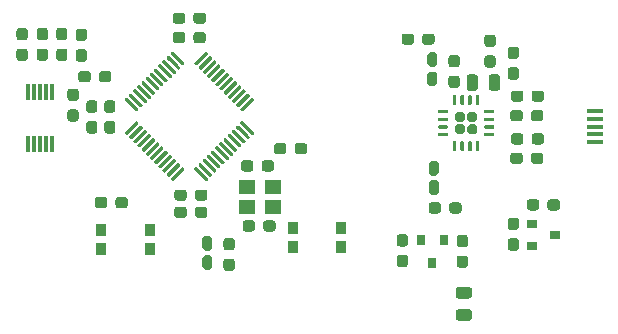
<source format=gbr>
%TF.GenerationSoftware,KiCad,Pcbnew,(5.1.6)-1*%
%TF.CreationDate,2021-01-10T19:41:06-07:00*%
%TF.ProjectId,AltoidsSmall,416c746f-6964-4735-936d-616c6c2e6b69,rev?*%
%TF.SameCoordinates,Original*%
%TF.FileFunction,Paste,Top*%
%TF.FilePolarity,Positive*%
%FSLAX46Y46*%
G04 Gerber Fmt 4.6, Leading zero omitted, Abs format (unit mm)*
G04 Created by KiCad (PCBNEW (5.1.6)-1) date 2021-01-10 19:41:06*
%MOMM*%
%LPD*%
G01*
G04 APERTURE LIST*
%ADD10R,1.400000X1.200000*%
%ADD11R,0.800000X0.900000*%
%ADD12R,0.900000X1.000000*%
%ADD13R,1.350000X0.400000*%
%ADD14R,0.300000X1.400000*%
%ADD15R,0.900000X0.800000*%
G04 APERTURE END LIST*
%TO.C,D3*%
G36*
G01*
X158855000Y-122056500D02*
X159280000Y-122056500D01*
G75*
G02*
X159492500Y-122269000I0J-212500D01*
G01*
X159492500Y-123069000D01*
G75*
G02*
X159280000Y-123281500I-212500J0D01*
G01*
X158855000Y-123281500D01*
G75*
G02*
X158642500Y-123069000I0J212500D01*
G01*
X158642500Y-122269000D01*
G75*
G02*
X158855000Y-122056500I212500J0D01*
G01*
G37*
G36*
G01*
X158855000Y-120431500D02*
X159280000Y-120431500D01*
G75*
G02*
X159492500Y-120644000I0J-212500D01*
G01*
X159492500Y-121444000D01*
G75*
G02*
X159280000Y-121656500I-212500J0D01*
G01*
X158855000Y-121656500D01*
G75*
G02*
X158642500Y-121444000I0J212500D01*
G01*
X158642500Y-120644000D01*
G75*
G02*
X158855000Y-120431500I212500J0D01*
G01*
G37*
%TD*%
%TO.C,D2*%
G36*
G01*
X159153000Y-112449000D02*
X158728000Y-112449000D01*
G75*
G02*
X158515500Y-112236500I0J212500D01*
G01*
X158515500Y-111436500D01*
G75*
G02*
X158728000Y-111224000I212500J0D01*
G01*
X159153000Y-111224000D01*
G75*
G02*
X159365500Y-111436500I0J-212500D01*
G01*
X159365500Y-112236500D01*
G75*
G02*
X159153000Y-112449000I-212500J0D01*
G01*
G37*
G36*
G01*
X159153000Y-114074000D02*
X158728000Y-114074000D01*
G75*
G02*
X158515500Y-113861500I0J212500D01*
G01*
X158515500Y-113061500D01*
G75*
G02*
X158728000Y-112849000I212500J0D01*
G01*
X159153000Y-112849000D01*
G75*
G02*
X159365500Y-113061500I0J-212500D01*
G01*
X159365500Y-113861500D01*
G75*
G02*
X159153000Y-114074000I-212500J0D01*
G01*
G37*
%TD*%
%TO.C,D1*%
G36*
G01*
X140103000Y-128006500D02*
X139678000Y-128006500D01*
G75*
G02*
X139465500Y-127794000I0J212500D01*
G01*
X139465500Y-126994000D01*
G75*
G02*
X139678000Y-126781500I212500J0D01*
G01*
X140103000Y-126781500D01*
G75*
G02*
X140315500Y-126994000I0J-212500D01*
G01*
X140315500Y-127794000D01*
G75*
G02*
X140103000Y-128006500I-212500J0D01*
G01*
G37*
G36*
G01*
X140103000Y-129631500D02*
X139678000Y-129631500D01*
G75*
G02*
X139465500Y-129419000I0J212500D01*
G01*
X139465500Y-128619000D01*
G75*
G02*
X139678000Y-128406500I212500J0D01*
G01*
X140103000Y-128406500D01*
G75*
G02*
X140315500Y-128619000I0J-212500D01*
G01*
X140315500Y-129419000D01*
G75*
G02*
X140103000Y-129631500I-212500J0D01*
G01*
G37*
%TD*%
%TO.C,C19*%
G36*
G01*
X143795000Y-120603000D02*
X143795000Y-121078000D01*
G75*
G02*
X143557500Y-121315500I-237500J0D01*
G01*
X142982500Y-121315500D01*
G75*
G02*
X142745000Y-121078000I0J237500D01*
G01*
X142745000Y-120603000D01*
G75*
G02*
X142982500Y-120365500I237500J0D01*
G01*
X143557500Y-120365500D01*
G75*
G02*
X143795000Y-120603000I0J-237500D01*
G01*
G37*
G36*
G01*
X145545000Y-120603000D02*
X145545000Y-121078000D01*
G75*
G02*
X145307500Y-121315500I-237500J0D01*
G01*
X144732500Y-121315500D01*
G75*
G02*
X144495000Y-121078000I0J237500D01*
G01*
X144495000Y-120603000D01*
G75*
G02*
X144732500Y-120365500I237500J0D01*
G01*
X145307500Y-120365500D01*
G75*
G02*
X145545000Y-120603000I0J-237500D01*
G01*
G37*
%TD*%
D10*
%TO.C,Y1*%
X143235500Y-122657500D03*
X145435500Y-122657500D03*
X145435500Y-124357500D03*
X143235500Y-124357500D03*
%TD*%
D11*
%TO.C,U6*%
X158940500Y-129079500D03*
X157990500Y-127079500D03*
X159890500Y-127079500D03*
%TD*%
%TO.C,FB1*%
G36*
G01*
X161151250Y-132974500D02*
X162063750Y-132974500D01*
G75*
G02*
X162307500Y-133218250I0J-243750D01*
G01*
X162307500Y-133705750D01*
G75*
G02*
X162063750Y-133949500I-243750J0D01*
G01*
X161151250Y-133949500D01*
G75*
G02*
X160907500Y-133705750I0J243750D01*
G01*
X160907500Y-133218250D01*
G75*
G02*
X161151250Y-132974500I243750J0D01*
G01*
G37*
G36*
G01*
X161151250Y-131099500D02*
X162063750Y-131099500D01*
G75*
G02*
X162307500Y-131343250I0J-243750D01*
G01*
X162307500Y-131830750D01*
G75*
G02*
X162063750Y-132074500I-243750J0D01*
G01*
X161151250Y-132074500D01*
G75*
G02*
X160907500Y-131830750I0J243750D01*
G01*
X160907500Y-131343250D01*
G75*
G02*
X161151250Y-131099500I243750J0D01*
G01*
G37*
%TD*%
%TO.C,C18*%
G36*
G01*
X144622000Y-126158000D02*
X144622000Y-125683000D01*
G75*
G02*
X144859500Y-125445500I237500J0D01*
G01*
X145434500Y-125445500D01*
G75*
G02*
X145672000Y-125683000I0J-237500D01*
G01*
X145672000Y-126158000D01*
G75*
G02*
X145434500Y-126395500I-237500J0D01*
G01*
X144859500Y-126395500D01*
G75*
G02*
X144622000Y-126158000I0J237500D01*
G01*
G37*
G36*
G01*
X142872000Y-126158000D02*
X142872000Y-125683000D01*
G75*
G02*
X143109500Y-125445500I237500J0D01*
G01*
X143684500Y-125445500D01*
G75*
G02*
X143922000Y-125683000I0J-237500D01*
G01*
X143922000Y-126158000D01*
G75*
G02*
X143684500Y-126395500I-237500J0D01*
G01*
X143109500Y-126395500D01*
G75*
G02*
X142872000Y-126158000I0J237500D01*
G01*
G37*
%TD*%
%TO.C,C17*%
G36*
G01*
X156163000Y-128366000D02*
X156638000Y-128366000D01*
G75*
G02*
X156875500Y-128603500I0J-237500D01*
G01*
X156875500Y-129178500D01*
G75*
G02*
X156638000Y-129416000I-237500J0D01*
G01*
X156163000Y-129416000D01*
G75*
G02*
X155925500Y-129178500I0J237500D01*
G01*
X155925500Y-128603500D01*
G75*
G02*
X156163000Y-128366000I237500J0D01*
G01*
G37*
G36*
G01*
X156163000Y-126616000D02*
X156638000Y-126616000D01*
G75*
G02*
X156875500Y-126853500I0J-237500D01*
G01*
X156875500Y-127428500D01*
G75*
G02*
X156638000Y-127666000I-237500J0D01*
G01*
X156163000Y-127666000D01*
G75*
G02*
X155925500Y-127428500I0J237500D01*
G01*
X155925500Y-126853500D01*
G75*
G02*
X156163000Y-126616000I237500J0D01*
G01*
G37*
%TD*%
%TO.C,C16*%
G36*
G01*
X161718000Y-127729500D02*
X161243000Y-127729500D01*
G75*
G02*
X161005500Y-127492000I0J237500D01*
G01*
X161005500Y-126917000D01*
G75*
G02*
X161243000Y-126679500I237500J0D01*
G01*
X161718000Y-126679500D01*
G75*
G02*
X161955500Y-126917000I0J-237500D01*
G01*
X161955500Y-127492000D01*
G75*
G02*
X161718000Y-127729500I-237500J0D01*
G01*
G37*
G36*
G01*
X161718000Y-129479500D02*
X161243000Y-129479500D01*
G75*
G02*
X161005500Y-129242000I0J237500D01*
G01*
X161005500Y-128667000D01*
G75*
G02*
X161243000Y-128429500I237500J0D01*
G01*
X161718000Y-128429500D01*
G75*
G02*
X161955500Y-128667000I0J-237500D01*
G01*
X161955500Y-129242000D01*
G75*
G02*
X161718000Y-129479500I-237500J0D01*
G01*
G37*
%TD*%
%TO.C,C13*%
G36*
G01*
X163708500Y-114248250D02*
X163708500Y-113335750D01*
G75*
G02*
X163952250Y-113092000I243750J0D01*
G01*
X164439750Y-113092000D01*
G75*
G02*
X164683500Y-113335750I0J-243750D01*
G01*
X164683500Y-114248250D01*
G75*
G02*
X164439750Y-114492000I-243750J0D01*
G01*
X163952250Y-114492000D01*
G75*
G02*
X163708500Y-114248250I0J243750D01*
G01*
G37*
G36*
G01*
X161833500Y-114248250D02*
X161833500Y-113335750D01*
G75*
G02*
X162077250Y-113092000I243750J0D01*
G01*
X162564750Y-113092000D01*
G75*
G02*
X162808500Y-113335750I0J-243750D01*
G01*
X162808500Y-114248250D01*
G75*
G02*
X162564750Y-114492000I-243750J0D01*
G01*
X162077250Y-114492000D01*
G75*
G02*
X161833500Y-114248250I0J243750D01*
G01*
G37*
%TD*%
D12*
%TO.C,SW2*%
X147111500Y-126136500D03*
X147111500Y-127736500D03*
X151211500Y-126136500D03*
X151211500Y-127736500D03*
%TD*%
%TO.C,SW1*%
X130919000Y-126263500D03*
X130919000Y-127863500D03*
X135019000Y-126263500D03*
X135019000Y-127863500D03*
%TD*%
%TO.C,C12*%
G36*
G01*
X161019500Y-112489500D02*
X160544500Y-112489500D01*
G75*
G02*
X160307000Y-112252000I0J237500D01*
G01*
X160307000Y-111677000D01*
G75*
G02*
X160544500Y-111439500I237500J0D01*
G01*
X161019500Y-111439500D01*
G75*
G02*
X161257000Y-111677000I0J-237500D01*
G01*
X161257000Y-112252000D01*
G75*
G02*
X161019500Y-112489500I-237500J0D01*
G01*
G37*
G36*
G01*
X161019500Y-114239500D02*
X160544500Y-114239500D01*
G75*
G02*
X160307000Y-114002000I0J237500D01*
G01*
X160307000Y-113427000D01*
G75*
G02*
X160544500Y-113189500I237500J0D01*
G01*
X161019500Y-113189500D01*
G75*
G02*
X161257000Y-113427000I0J-237500D01*
G01*
X161257000Y-114002000D01*
G75*
G02*
X161019500Y-114239500I-237500J0D01*
G01*
G37*
%TD*%
D13*
%TO.C,U4*%
X172739600Y-118820000D03*
X172739600Y-117520000D03*
X172739600Y-116220000D03*
X172739600Y-118170000D03*
X172739600Y-116870000D03*
%TD*%
D14*
%TO.C,U5*%
X126730000Y-118976500D03*
X126230000Y-118976500D03*
X125730000Y-118976500D03*
X125230000Y-118976500D03*
X124730000Y-118976500D03*
X124730000Y-114576500D03*
X125230000Y-114576500D03*
X125730000Y-114576500D03*
X126230000Y-114576500D03*
X126730000Y-114576500D03*
%TD*%
%TO.C,U3*%
G36*
G01*
X162535500Y-117121000D02*
X162110500Y-117121000D01*
G75*
G02*
X161898000Y-116908500I0J212500D01*
G01*
X161898000Y-116483500D01*
G75*
G02*
X162110500Y-116271000I212500J0D01*
G01*
X162535500Y-116271000D01*
G75*
G02*
X162748000Y-116483500I0J-212500D01*
G01*
X162748000Y-116908500D01*
G75*
G02*
X162535500Y-117121000I-212500J0D01*
G01*
G37*
G36*
G01*
X161485500Y-117121000D02*
X161060500Y-117121000D01*
G75*
G02*
X160848000Y-116908500I0J212500D01*
G01*
X160848000Y-116483500D01*
G75*
G02*
X161060500Y-116271000I212500J0D01*
G01*
X161485500Y-116271000D01*
G75*
G02*
X161698000Y-116483500I0J-212500D01*
G01*
X161698000Y-116908500D01*
G75*
G02*
X161485500Y-117121000I-212500J0D01*
G01*
G37*
G36*
G01*
X162535500Y-118171000D02*
X162110500Y-118171000D01*
G75*
G02*
X161898000Y-117958500I0J212500D01*
G01*
X161898000Y-117533500D01*
G75*
G02*
X162110500Y-117321000I212500J0D01*
G01*
X162535500Y-117321000D01*
G75*
G02*
X162748000Y-117533500I0J-212500D01*
G01*
X162748000Y-117958500D01*
G75*
G02*
X162535500Y-118171000I-212500J0D01*
G01*
G37*
G36*
G01*
X161485500Y-118171000D02*
X161060500Y-118171000D01*
G75*
G02*
X160848000Y-117958500I0J212500D01*
G01*
X160848000Y-117533500D01*
G75*
G02*
X161060500Y-117321000I212500J0D01*
G01*
X161485500Y-117321000D01*
G75*
G02*
X161698000Y-117533500I0J-212500D01*
G01*
X161698000Y-117958500D01*
G75*
G02*
X161485500Y-118171000I-212500J0D01*
G01*
G37*
G36*
G01*
X160198000Y-118346000D02*
X159498000Y-118346000D01*
G75*
G02*
X159423000Y-118271000I0J75000D01*
G01*
X159423000Y-118121000D01*
G75*
G02*
X159498000Y-118046000I75000J0D01*
G01*
X160198000Y-118046000D01*
G75*
G02*
X160273000Y-118121000I0J-75000D01*
G01*
X160273000Y-118271000D01*
G75*
G02*
X160198000Y-118346000I-75000J0D01*
G01*
G37*
G36*
G01*
X160198000Y-117696000D02*
X159498000Y-117696000D01*
G75*
G02*
X159423000Y-117621000I0J75000D01*
G01*
X159423000Y-117471000D01*
G75*
G02*
X159498000Y-117396000I75000J0D01*
G01*
X160198000Y-117396000D01*
G75*
G02*
X160273000Y-117471000I0J-75000D01*
G01*
X160273000Y-117621000D01*
G75*
G02*
X160198000Y-117696000I-75000J0D01*
G01*
G37*
G36*
G01*
X160198000Y-117046000D02*
X159498000Y-117046000D01*
G75*
G02*
X159423000Y-116971000I0J75000D01*
G01*
X159423000Y-116821000D01*
G75*
G02*
X159498000Y-116746000I75000J0D01*
G01*
X160198000Y-116746000D01*
G75*
G02*
X160273000Y-116821000I0J-75000D01*
G01*
X160273000Y-116971000D01*
G75*
G02*
X160198000Y-117046000I-75000J0D01*
G01*
G37*
G36*
G01*
X160198000Y-116396000D02*
X159498000Y-116396000D01*
G75*
G02*
X159423000Y-116321000I0J75000D01*
G01*
X159423000Y-116171000D01*
G75*
G02*
X159498000Y-116096000I75000J0D01*
G01*
X160198000Y-116096000D01*
G75*
G02*
X160273000Y-116171000I0J-75000D01*
G01*
X160273000Y-116321000D01*
G75*
G02*
X160198000Y-116396000I-75000J0D01*
G01*
G37*
G36*
G01*
X160898000Y-115696000D02*
X160748000Y-115696000D01*
G75*
G02*
X160673000Y-115621000I0J75000D01*
G01*
X160673000Y-114921000D01*
G75*
G02*
X160748000Y-114846000I75000J0D01*
G01*
X160898000Y-114846000D01*
G75*
G02*
X160973000Y-114921000I0J-75000D01*
G01*
X160973000Y-115621000D01*
G75*
G02*
X160898000Y-115696000I-75000J0D01*
G01*
G37*
G36*
G01*
X161548000Y-115696000D02*
X161398000Y-115696000D01*
G75*
G02*
X161323000Y-115621000I0J75000D01*
G01*
X161323000Y-114921000D01*
G75*
G02*
X161398000Y-114846000I75000J0D01*
G01*
X161548000Y-114846000D01*
G75*
G02*
X161623000Y-114921000I0J-75000D01*
G01*
X161623000Y-115621000D01*
G75*
G02*
X161548000Y-115696000I-75000J0D01*
G01*
G37*
G36*
G01*
X162198000Y-115696000D02*
X162048000Y-115696000D01*
G75*
G02*
X161973000Y-115621000I0J75000D01*
G01*
X161973000Y-114921000D01*
G75*
G02*
X162048000Y-114846000I75000J0D01*
G01*
X162198000Y-114846000D01*
G75*
G02*
X162273000Y-114921000I0J-75000D01*
G01*
X162273000Y-115621000D01*
G75*
G02*
X162198000Y-115696000I-75000J0D01*
G01*
G37*
G36*
G01*
X162848000Y-115696000D02*
X162698000Y-115696000D01*
G75*
G02*
X162623000Y-115621000I0J75000D01*
G01*
X162623000Y-114921000D01*
G75*
G02*
X162698000Y-114846000I75000J0D01*
G01*
X162848000Y-114846000D01*
G75*
G02*
X162923000Y-114921000I0J-75000D01*
G01*
X162923000Y-115621000D01*
G75*
G02*
X162848000Y-115696000I-75000J0D01*
G01*
G37*
G36*
G01*
X164098000Y-116396000D02*
X163398000Y-116396000D01*
G75*
G02*
X163323000Y-116321000I0J75000D01*
G01*
X163323000Y-116171000D01*
G75*
G02*
X163398000Y-116096000I75000J0D01*
G01*
X164098000Y-116096000D01*
G75*
G02*
X164173000Y-116171000I0J-75000D01*
G01*
X164173000Y-116321000D01*
G75*
G02*
X164098000Y-116396000I-75000J0D01*
G01*
G37*
G36*
G01*
X164098000Y-117046000D02*
X163398000Y-117046000D01*
G75*
G02*
X163323000Y-116971000I0J75000D01*
G01*
X163323000Y-116821000D01*
G75*
G02*
X163398000Y-116746000I75000J0D01*
G01*
X164098000Y-116746000D01*
G75*
G02*
X164173000Y-116821000I0J-75000D01*
G01*
X164173000Y-116971000D01*
G75*
G02*
X164098000Y-117046000I-75000J0D01*
G01*
G37*
G36*
G01*
X164098000Y-117696000D02*
X163398000Y-117696000D01*
G75*
G02*
X163323000Y-117621000I0J75000D01*
G01*
X163323000Y-117471000D01*
G75*
G02*
X163398000Y-117396000I75000J0D01*
G01*
X164098000Y-117396000D01*
G75*
G02*
X164173000Y-117471000I0J-75000D01*
G01*
X164173000Y-117621000D01*
G75*
G02*
X164098000Y-117696000I-75000J0D01*
G01*
G37*
G36*
G01*
X164098000Y-118346000D02*
X163398000Y-118346000D01*
G75*
G02*
X163323000Y-118271000I0J75000D01*
G01*
X163323000Y-118121000D01*
G75*
G02*
X163398000Y-118046000I75000J0D01*
G01*
X164098000Y-118046000D01*
G75*
G02*
X164173000Y-118121000I0J-75000D01*
G01*
X164173000Y-118271000D01*
G75*
G02*
X164098000Y-118346000I-75000J0D01*
G01*
G37*
G36*
G01*
X162848000Y-119596000D02*
X162698000Y-119596000D01*
G75*
G02*
X162623000Y-119521000I0J75000D01*
G01*
X162623000Y-118821000D01*
G75*
G02*
X162698000Y-118746000I75000J0D01*
G01*
X162848000Y-118746000D01*
G75*
G02*
X162923000Y-118821000I0J-75000D01*
G01*
X162923000Y-119521000D01*
G75*
G02*
X162848000Y-119596000I-75000J0D01*
G01*
G37*
G36*
G01*
X162198000Y-119596000D02*
X162048000Y-119596000D01*
G75*
G02*
X161973000Y-119521000I0J75000D01*
G01*
X161973000Y-118821000D01*
G75*
G02*
X162048000Y-118746000I75000J0D01*
G01*
X162198000Y-118746000D01*
G75*
G02*
X162273000Y-118821000I0J-75000D01*
G01*
X162273000Y-119521000D01*
G75*
G02*
X162198000Y-119596000I-75000J0D01*
G01*
G37*
G36*
G01*
X161548000Y-119596000D02*
X161398000Y-119596000D01*
G75*
G02*
X161323000Y-119521000I0J75000D01*
G01*
X161323000Y-118821000D01*
G75*
G02*
X161398000Y-118746000I75000J0D01*
G01*
X161548000Y-118746000D01*
G75*
G02*
X161623000Y-118821000I0J-75000D01*
G01*
X161623000Y-119521000D01*
G75*
G02*
X161548000Y-119596000I-75000J0D01*
G01*
G37*
G36*
G01*
X160898000Y-119596000D02*
X160748000Y-119596000D01*
G75*
G02*
X160673000Y-119521000I0J75000D01*
G01*
X160673000Y-118821000D01*
G75*
G02*
X160748000Y-118746000I75000J0D01*
G01*
X160898000Y-118746000D01*
G75*
G02*
X160973000Y-118821000I0J-75000D01*
G01*
X160973000Y-119521000D01*
G75*
G02*
X160898000Y-119596000I-75000J0D01*
G01*
G37*
%TD*%
%TO.C,R12*%
G36*
G01*
X126158000Y-110203500D02*
X125683000Y-110203500D01*
G75*
G02*
X125445500Y-109966000I0J237500D01*
G01*
X125445500Y-109391000D01*
G75*
G02*
X125683000Y-109153500I237500J0D01*
G01*
X126158000Y-109153500D01*
G75*
G02*
X126395500Y-109391000I0J-237500D01*
G01*
X126395500Y-109966000D01*
G75*
G02*
X126158000Y-110203500I-237500J0D01*
G01*
G37*
G36*
G01*
X126158000Y-111953500D02*
X125683000Y-111953500D01*
G75*
G02*
X125445500Y-111716000I0J237500D01*
G01*
X125445500Y-111141000D01*
G75*
G02*
X125683000Y-110903500I237500J0D01*
G01*
X126158000Y-110903500D01*
G75*
G02*
X126395500Y-111141000I0J-237500D01*
G01*
X126395500Y-111716000D01*
G75*
G02*
X126158000Y-111953500I-237500J0D01*
G01*
G37*
%TD*%
%TO.C,R11*%
G36*
G01*
X123968500Y-110903500D02*
X124443500Y-110903500D01*
G75*
G02*
X124681000Y-111141000I0J-237500D01*
G01*
X124681000Y-111716000D01*
G75*
G02*
X124443500Y-111953500I-237500J0D01*
G01*
X123968500Y-111953500D01*
G75*
G02*
X123731000Y-111716000I0J237500D01*
G01*
X123731000Y-111141000D01*
G75*
G02*
X123968500Y-110903500I237500J0D01*
G01*
G37*
G36*
G01*
X123968500Y-109153500D02*
X124443500Y-109153500D01*
G75*
G02*
X124681000Y-109391000I0J-237500D01*
G01*
X124681000Y-109966000D01*
G75*
G02*
X124443500Y-110203500I-237500J0D01*
G01*
X123968500Y-110203500D01*
G75*
G02*
X123731000Y-109966000I0J237500D01*
G01*
X123731000Y-109391000D01*
G75*
G02*
X123968500Y-109153500I237500J0D01*
G01*
G37*
%TD*%
%TO.C,R10*%
G36*
G01*
X159670000Y-124159000D02*
X159670000Y-124634000D01*
G75*
G02*
X159432500Y-124871500I-237500J0D01*
G01*
X158857500Y-124871500D01*
G75*
G02*
X158620000Y-124634000I0J237500D01*
G01*
X158620000Y-124159000D01*
G75*
G02*
X158857500Y-123921500I237500J0D01*
G01*
X159432500Y-123921500D01*
G75*
G02*
X159670000Y-124159000I0J-237500D01*
G01*
G37*
G36*
G01*
X161420000Y-124159000D02*
X161420000Y-124634000D01*
G75*
G02*
X161182500Y-124871500I-237500J0D01*
G01*
X160607500Y-124871500D01*
G75*
G02*
X160370000Y-124634000I0J237500D01*
G01*
X160370000Y-124159000D01*
G75*
G02*
X160607500Y-123921500I237500J0D01*
G01*
X161182500Y-123921500D01*
G75*
G02*
X161420000Y-124159000I0J-237500D01*
G01*
G37*
%TD*%
%TO.C,R9*%
G36*
G01*
X158084000Y-110346500D02*
X158084000Y-109871500D01*
G75*
G02*
X158321500Y-109634000I237500J0D01*
G01*
X158896500Y-109634000D01*
G75*
G02*
X159134000Y-109871500I0J-237500D01*
G01*
X159134000Y-110346500D01*
G75*
G02*
X158896500Y-110584000I-237500J0D01*
G01*
X158321500Y-110584000D01*
G75*
G02*
X158084000Y-110346500I0J237500D01*
G01*
G37*
G36*
G01*
X156334000Y-110346500D02*
X156334000Y-109871500D01*
G75*
G02*
X156571500Y-109634000I237500J0D01*
G01*
X157146500Y-109634000D01*
G75*
G02*
X157384000Y-109871500I0J-237500D01*
G01*
X157384000Y-110346500D01*
G75*
G02*
X157146500Y-110584000I-237500J0D01*
G01*
X156571500Y-110584000D01*
G75*
G02*
X156334000Y-110346500I0J237500D01*
G01*
G37*
%TD*%
%TO.C,R8*%
G36*
G01*
X167291500Y-116823500D02*
X167291500Y-116348500D01*
G75*
G02*
X167529000Y-116111000I237500J0D01*
G01*
X168104000Y-116111000D01*
G75*
G02*
X168341500Y-116348500I0J-237500D01*
G01*
X168341500Y-116823500D01*
G75*
G02*
X168104000Y-117061000I-237500J0D01*
G01*
X167529000Y-117061000D01*
G75*
G02*
X167291500Y-116823500I0J237500D01*
G01*
G37*
G36*
G01*
X165541500Y-116823500D02*
X165541500Y-116348500D01*
G75*
G02*
X165779000Y-116111000I237500J0D01*
G01*
X166354000Y-116111000D01*
G75*
G02*
X166591500Y-116348500I0J-237500D01*
G01*
X166591500Y-116823500D01*
G75*
G02*
X166354000Y-117061000I-237500J0D01*
G01*
X165779000Y-117061000D01*
G75*
G02*
X165541500Y-116823500I0J237500D01*
G01*
G37*
%TD*%
%TO.C,R7*%
G36*
G01*
X167355000Y-118792000D02*
X167355000Y-118317000D01*
G75*
G02*
X167592500Y-118079500I237500J0D01*
G01*
X168167500Y-118079500D01*
G75*
G02*
X168405000Y-118317000I0J-237500D01*
G01*
X168405000Y-118792000D01*
G75*
G02*
X168167500Y-119029500I-237500J0D01*
G01*
X167592500Y-119029500D01*
G75*
G02*
X167355000Y-118792000I0J237500D01*
G01*
G37*
G36*
G01*
X165605000Y-118792000D02*
X165605000Y-118317000D01*
G75*
G02*
X165842500Y-118079500I237500J0D01*
G01*
X166417500Y-118079500D01*
G75*
G02*
X166655000Y-118317000I0J-237500D01*
G01*
X166655000Y-118792000D01*
G75*
G02*
X166417500Y-119029500I-237500J0D01*
G01*
X165842500Y-119029500D01*
G75*
G02*
X165605000Y-118792000I0J237500D01*
G01*
G37*
%TD*%
%TO.C,R6*%
G36*
G01*
X164067500Y-110775000D02*
X163592500Y-110775000D01*
G75*
G02*
X163355000Y-110537500I0J237500D01*
G01*
X163355000Y-109962500D01*
G75*
G02*
X163592500Y-109725000I237500J0D01*
G01*
X164067500Y-109725000D01*
G75*
G02*
X164305000Y-109962500I0J-237500D01*
G01*
X164305000Y-110537500D01*
G75*
G02*
X164067500Y-110775000I-237500J0D01*
G01*
G37*
G36*
G01*
X164067500Y-112525000D02*
X163592500Y-112525000D01*
G75*
G02*
X163355000Y-112287500I0J237500D01*
G01*
X163355000Y-111712500D01*
G75*
G02*
X163592500Y-111475000I237500J0D01*
G01*
X164067500Y-111475000D01*
G75*
G02*
X164305000Y-111712500I0J-237500D01*
G01*
X164305000Y-112287500D01*
G75*
G02*
X164067500Y-112525000I-237500J0D01*
G01*
G37*
%TD*%
%TO.C,C15*%
G36*
G01*
X130715500Y-113521500D02*
X130715500Y-113046500D01*
G75*
G02*
X130953000Y-112809000I237500J0D01*
G01*
X131528000Y-112809000D01*
G75*
G02*
X131765500Y-113046500I0J-237500D01*
G01*
X131765500Y-113521500D01*
G75*
G02*
X131528000Y-113759000I-237500J0D01*
G01*
X130953000Y-113759000D01*
G75*
G02*
X130715500Y-113521500I0J237500D01*
G01*
G37*
G36*
G01*
X128965500Y-113521500D02*
X128965500Y-113046500D01*
G75*
G02*
X129203000Y-112809000I237500J0D01*
G01*
X129778000Y-112809000D01*
G75*
G02*
X130015500Y-113046500I0J-237500D01*
G01*
X130015500Y-113521500D01*
G75*
G02*
X129778000Y-113759000I-237500J0D01*
G01*
X129203000Y-113759000D01*
G75*
G02*
X128965500Y-113521500I0J237500D01*
G01*
G37*
%TD*%
%TO.C,C14*%
G36*
G01*
X128286500Y-116047000D02*
X128761500Y-116047000D01*
G75*
G02*
X128999000Y-116284500I0J-237500D01*
G01*
X128999000Y-116859500D01*
G75*
G02*
X128761500Y-117097000I-237500J0D01*
G01*
X128286500Y-117097000D01*
G75*
G02*
X128049000Y-116859500I0J237500D01*
G01*
X128049000Y-116284500D01*
G75*
G02*
X128286500Y-116047000I237500J0D01*
G01*
G37*
G36*
G01*
X128286500Y-114297000D02*
X128761500Y-114297000D01*
G75*
G02*
X128999000Y-114534500I0J-237500D01*
G01*
X128999000Y-115109500D01*
G75*
G02*
X128761500Y-115347000I-237500J0D01*
G01*
X128286500Y-115347000D01*
G75*
G02*
X128049000Y-115109500I0J237500D01*
G01*
X128049000Y-114534500D01*
G75*
G02*
X128286500Y-114297000I237500J0D01*
G01*
G37*
%TD*%
%TO.C,C11*%
G36*
G01*
X166655000Y-114697500D02*
X166655000Y-115172500D01*
G75*
G02*
X166417500Y-115410000I-237500J0D01*
G01*
X165842500Y-115410000D01*
G75*
G02*
X165605000Y-115172500I0J237500D01*
G01*
X165605000Y-114697500D01*
G75*
G02*
X165842500Y-114460000I237500J0D01*
G01*
X166417500Y-114460000D01*
G75*
G02*
X166655000Y-114697500I0J-237500D01*
G01*
G37*
G36*
G01*
X168405000Y-114697500D02*
X168405000Y-115172500D01*
G75*
G02*
X168167500Y-115410000I-237500J0D01*
G01*
X167592500Y-115410000D01*
G75*
G02*
X167355000Y-115172500I0J237500D01*
G01*
X167355000Y-114697500D01*
G75*
G02*
X167592500Y-114460000I237500J0D01*
G01*
X168167500Y-114460000D01*
G75*
G02*
X168405000Y-114697500I0J-237500D01*
G01*
G37*
%TD*%
%TO.C,C10*%
G36*
G01*
X166591500Y-119968000D02*
X166591500Y-120443000D01*
G75*
G02*
X166354000Y-120680500I-237500J0D01*
G01*
X165779000Y-120680500D01*
G75*
G02*
X165541500Y-120443000I0J237500D01*
G01*
X165541500Y-119968000D01*
G75*
G02*
X165779000Y-119730500I237500J0D01*
G01*
X166354000Y-119730500D01*
G75*
G02*
X166591500Y-119968000I0J-237500D01*
G01*
G37*
G36*
G01*
X168341500Y-119968000D02*
X168341500Y-120443000D01*
G75*
G02*
X168104000Y-120680500I-237500J0D01*
G01*
X167529000Y-120680500D01*
G75*
G02*
X167291500Y-120443000I0J237500D01*
G01*
X167291500Y-119968000D01*
G75*
G02*
X167529000Y-119730500I237500J0D01*
G01*
X168104000Y-119730500D01*
G75*
G02*
X168341500Y-119968000I0J-237500D01*
G01*
G37*
%TD*%
%TO.C,C9*%
G36*
G01*
X166036000Y-111791000D02*
X165561000Y-111791000D01*
G75*
G02*
X165323500Y-111553500I0J237500D01*
G01*
X165323500Y-110978500D01*
G75*
G02*
X165561000Y-110741000I237500J0D01*
G01*
X166036000Y-110741000D01*
G75*
G02*
X166273500Y-110978500I0J-237500D01*
G01*
X166273500Y-111553500D01*
G75*
G02*
X166036000Y-111791000I-237500J0D01*
G01*
G37*
G36*
G01*
X166036000Y-113541000D02*
X165561000Y-113541000D01*
G75*
G02*
X165323500Y-113303500I0J237500D01*
G01*
X165323500Y-112728500D01*
G75*
G02*
X165561000Y-112491000I237500J0D01*
G01*
X166036000Y-112491000D01*
G75*
G02*
X166273500Y-112728500I0J-237500D01*
G01*
X166273500Y-113303500D01*
G75*
G02*
X166036000Y-113541000I-237500J0D01*
G01*
G37*
%TD*%
%TO.C,C8*%
G36*
G01*
X131398000Y-117049000D02*
X131873000Y-117049000D01*
G75*
G02*
X132110500Y-117286500I0J-237500D01*
G01*
X132110500Y-117861500D01*
G75*
G02*
X131873000Y-118099000I-237500J0D01*
G01*
X131398000Y-118099000D01*
G75*
G02*
X131160500Y-117861500I0J237500D01*
G01*
X131160500Y-117286500D01*
G75*
G02*
X131398000Y-117049000I237500J0D01*
G01*
G37*
G36*
G01*
X131398000Y-115299000D02*
X131873000Y-115299000D01*
G75*
G02*
X132110500Y-115536500I0J-237500D01*
G01*
X132110500Y-116111500D01*
G75*
G02*
X131873000Y-116349000I-237500J0D01*
G01*
X131398000Y-116349000D01*
G75*
G02*
X131160500Y-116111500I0J237500D01*
G01*
X131160500Y-115536500D01*
G75*
G02*
X131398000Y-115299000I237500J0D01*
G01*
G37*
%TD*%
%TO.C,C6*%
G36*
G01*
X138143500Y-124540000D02*
X138143500Y-125015000D01*
G75*
G02*
X137906000Y-125252500I-237500J0D01*
G01*
X137331000Y-125252500D01*
G75*
G02*
X137093500Y-125015000I0J237500D01*
G01*
X137093500Y-124540000D01*
G75*
G02*
X137331000Y-124302500I237500J0D01*
G01*
X137906000Y-124302500D01*
G75*
G02*
X138143500Y-124540000I0J-237500D01*
G01*
G37*
G36*
G01*
X139893500Y-124540000D02*
X139893500Y-125015000D01*
G75*
G02*
X139656000Y-125252500I-237500J0D01*
G01*
X139081000Y-125252500D01*
G75*
G02*
X138843500Y-125015000I0J237500D01*
G01*
X138843500Y-124540000D01*
G75*
G02*
X139081000Y-124302500I237500J0D01*
G01*
X139656000Y-124302500D01*
G75*
G02*
X139893500Y-124540000I0J-237500D01*
G01*
G37*
%TD*%
%TO.C,U2*%
G36*
G01*
X137942236Y-121174984D02*
X137005320Y-122111900D01*
G75*
G02*
X136899254Y-122111900I-53033J53033D01*
G01*
X136793188Y-122005834D01*
G75*
G02*
X136793188Y-121899768I53033J53033D01*
G01*
X137730104Y-120962852D01*
G75*
G02*
X137836170Y-120962852I53033J-53033D01*
G01*
X137942236Y-121068918D01*
G75*
G02*
X137942236Y-121174984I-53033J-53033D01*
G01*
G37*
G36*
G01*
X137588682Y-120821430D02*
X136651766Y-121758346D01*
G75*
G02*
X136545700Y-121758346I-53033J53033D01*
G01*
X136439634Y-121652280D01*
G75*
G02*
X136439634Y-121546214I53033J53033D01*
G01*
X137376550Y-120609298D01*
G75*
G02*
X137482616Y-120609298I53033J-53033D01*
G01*
X137588682Y-120715364D01*
G75*
G02*
X137588682Y-120821430I-53033J-53033D01*
G01*
G37*
G36*
G01*
X137235129Y-120467877D02*
X136298213Y-121404793D01*
G75*
G02*
X136192147Y-121404793I-53033J53033D01*
G01*
X136086081Y-121298727D01*
G75*
G02*
X136086081Y-121192661I53033J53033D01*
G01*
X137022997Y-120255745D01*
G75*
G02*
X137129063Y-120255745I53033J-53033D01*
G01*
X137235129Y-120361811D01*
G75*
G02*
X137235129Y-120467877I-53033J-53033D01*
G01*
G37*
G36*
G01*
X136881575Y-120114323D02*
X135944659Y-121051239D01*
G75*
G02*
X135838593Y-121051239I-53033J53033D01*
G01*
X135732527Y-120945173D01*
G75*
G02*
X135732527Y-120839107I53033J53033D01*
G01*
X136669443Y-119902191D01*
G75*
G02*
X136775509Y-119902191I53033J-53033D01*
G01*
X136881575Y-120008257D01*
G75*
G02*
X136881575Y-120114323I-53033J-53033D01*
G01*
G37*
G36*
G01*
X136528022Y-119760770D02*
X135591106Y-120697686D01*
G75*
G02*
X135485040Y-120697686I-53033J53033D01*
G01*
X135378974Y-120591620D01*
G75*
G02*
X135378974Y-120485554I53033J53033D01*
G01*
X136315890Y-119548638D01*
G75*
G02*
X136421956Y-119548638I53033J-53033D01*
G01*
X136528022Y-119654704D01*
G75*
G02*
X136528022Y-119760770I-53033J-53033D01*
G01*
G37*
G36*
G01*
X136174469Y-119407217D02*
X135237553Y-120344133D01*
G75*
G02*
X135131487Y-120344133I-53033J53033D01*
G01*
X135025421Y-120238067D01*
G75*
G02*
X135025421Y-120132001I53033J53033D01*
G01*
X135962337Y-119195085D01*
G75*
G02*
X136068403Y-119195085I53033J-53033D01*
G01*
X136174469Y-119301151D01*
G75*
G02*
X136174469Y-119407217I-53033J-53033D01*
G01*
G37*
G36*
G01*
X135820915Y-119053663D02*
X134883999Y-119990579D01*
G75*
G02*
X134777933Y-119990579I-53033J53033D01*
G01*
X134671867Y-119884513D01*
G75*
G02*
X134671867Y-119778447I53033J53033D01*
G01*
X135608783Y-118841531D01*
G75*
G02*
X135714849Y-118841531I53033J-53033D01*
G01*
X135820915Y-118947597D01*
G75*
G02*
X135820915Y-119053663I-53033J-53033D01*
G01*
G37*
G36*
G01*
X135467362Y-118700110D02*
X134530446Y-119637026D01*
G75*
G02*
X134424380Y-119637026I-53033J53033D01*
G01*
X134318314Y-119530960D01*
G75*
G02*
X134318314Y-119424894I53033J53033D01*
G01*
X135255230Y-118487978D01*
G75*
G02*
X135361296Y-118487978I53033J-53033D01*
G01*
X135467362Y-118594044D01*
G75*
G02*
X135467362Y-118700110I-53033J-53033D01*
G01*
G37*
G36*
G01*
X135113809Y-118346557D02*
X134176893Y-119283473D01*
G75*
G02*
X134070827Y-119283473I-53033J53033D01*
G01*
X133964761Y-119177407D01*
G75*
G02*
X133964761Y-119071341I53033J53033D01*
G01*
X134901677Y-118134425D01*
G75*
G02*
X135007743Y-118134425I53033J-53033D01*
G01*
X135113809Y-118240491D01*
G75*
G02*
X135113809Y-118346557I-53033J-53033D01*
G01*
G37*
G36*
G01*
X134760255Y-117993003D02*
X133823339Y-118929919D01*
G75*
G02*
X133717273Y-118929919I-53033J53033D01*
G01*
X133611207Y-118823853D01*
G75*
G02*
X133611207Y-118717787I53033J53033D01*
G01*
X134548123Y-117780871D01*
G75*
G02*
X134654189Y-117780871I53033J-53033D01*
G01*
X134760255Y-117886937D01*
G75*
G02*
X134760255Y-117993003I-53033J-53033D01*
G01*
G37*
G36*
G01*
X134406702Y-117639450D02*
X133469786Y-118576366D01*
G75*
G02*
X133363720Y-118576366I-53033J53033D01*
G01*
X133257654Y-118470300D01*
G75*
G02*
X133257654Y-118364234I53033J53033D01*
G01*
X134194570Y-117427318D01*
G75*
G02*
X134300636Y-117427318I53033J-53033D01*
G01*
X134406702Y-117533384D01*
G75*
G02*
X134406702Y-117639450I-53033J-53033D01*
G01*
G37*
G36*
G01*
X134053148Y-117285896D02*
X133116232Y-118222812D01*
G75*
G02*
X133010166Y-118222812I-53033J53033D01*
G01*
X132904100Y-118116746D01*
G75*
G02*
X132904100Y-118010680I53033J53033D01*
G01*
X133841016Y-117073764D01*
G75*
G02*
X133947082Y-117073764I53033J-53033D01*
G01*
X134053148Y-117179830D01*
G75*
G02*
X134053148Y-117285896I-53033J-53033D01*
G01*
G37*
G36*
G01*
X134053148Y-116119170D02*
X133947082Y-116225236D01*
G75*
G02*
X133841016Y-116225236I-53033J53033D01*
G01*
X132904100Y-115288320D01*
G75*
G02*
X132904100Y-115182254I53033J53033D01*
G01*
X133010166Y-115076188D01*
G75*
G02*
X133116232Y-115076188I53033J-53033D01*
G01*
X134053148Y-116013104D01*
G75*
G02*
X134053148Y-116119170I-53033J-53033D01*
G01*
G37*
G36*
G01*
X134406702Y-115765616D02*
X134300636Y-115871682D01*
G75*
G02*
X134194570Y-115871682I-53033J53033D01*
G01*
X133257654Y-114934766D01*
G75*
G02*
X133257654Y-114828700I53033J53033D01*
G01*
X133363720Y-114722634D01*
G75*
G02*
X133469786Y-114722634I53033J-53033D01*
G01*
X134406702Y-115659550D01*
G75*
G02*
X134406702Y-115765616I-53033J-53033D01*
G01*
G37*
G36*
G01*
X134760255Y-115412063D02*
X134654189Y-115518129D01*
G75*
G02*
X134548123Y-115518129I-53033J53033D01*
G01*
X133611207Y-114581213D01*
G75*
G02*
X133611207Y-114475147I53033J53033D01*
G01*
X133717273Y-114369081D01*
G75*
G02*
X133823339Y-114369081I53033J-53033D01*
G01*
X134760255Y-115305997D01*
G75*
G02*
X134760255Y-115412063I-53033J-53033D01*
G01*
G37*
G36*
G01*
X135113809Y-115058509D02*
X135007743Y-115164575D01*
G75*
G02*
X134901677Y-115164575I-53033J53033D01*
G01*
X133964761Y-114227659D01*
G75*
G02*
X133964761Y-114121593I53033J53033D01*
G01*
X134070827Y-114015527D01*
G75*
G02*
X134176893Y-114015527I53033J-53033D01*
G01*
X135113809Y-114952443D01*
G75*
G02*
X135113809Y-115058509I-53033J-53033D01*
G01*
G37*
G36*
G01*
X135467362Y-114704956D02*
X135361296Y-114811022D01*
G75*
G02*
X135255230Y-114811022I-53033J53033D01*
G01*
X134318314Y-113874106D01*
G75*
G02*
X134318314Y-113768040I53033J53033D01*
G01*
X134424380Y-113661974D01*
G75*
G02*
X134530446Y-113661974I53033J-53033D01*
G01*
X135467362Y-114598890D01*
G75*
G02*
X135467362Y-114704956I-53033J-53033D01*
G01*
G37*
G36*
G01*
X135820915Y-114351403D02*
X135714849Y-114457469D01*
G75*
G02*
X135608783Y-114457469I-53033J53033D01*
G01*
X134671867Y-113520553D01*
G75*
G02*
X134671867Y-113414487I53033J53033D01*
G01*
X134777933Y-113308421D01*
G75*
G02*
X134883999Y-113308421I53033J-53033D01*
G01*
X135820915Y-114245337D01*
G75*
G02*
X135820915Y-114351403I-53033J-53033D01*
G01*
G37*
G36*
G01*
X136174469Y-113997849D02*
X136068403Y-114103915D01*
G75*
G02*
X135962337Y-114103915I-53033J53033D01*
G01*
X135025421Y-113166999D01*
G75*
G02*
X135025421Y-113060933I53033J53033D01*
G01*
X135131487Y-112954867D01*
G75*
G02*
X135237553Y-112954867I53033J-53033D01*
G01*
X136174469Y-113891783D01*
G75*
G02*
X136174469Y-113997849I-53033J-53033D01*
G01*
G37*
G36*
G01*
X136528022Y-113644296D02*
X136421956Y-113750362D01*
G75*
G02*
X136315890Y-113750362I-53033J53033D01*
G01*
X135378974Y-112813446D01*
G75*
G02*
X135378974Y-112707380I53033J53033D01*
G01*
X135485040Y-112601314D01*
G75*
G02*
X135591106Y-112601314I53033J-53033D01*
G01*
X136528022Y-113538230D01*
G75*
G02*
X136528022Y-113644296I-53033J-53033D01*
G01*
G37*
G36*
G01*
X136881575Y-113290743D02*
X136775509Y-113396809D01*
G75*
G02*
X136669443Y-113396809I-53033J53033D01*
G01*
X135732527Y-112459893D01*
G75*
G02*
X135732527Y-112353827I53033J53033D01*
G01*
X135838593Y-112247761D01*
G75*
G02*
X135944659Y-112247761I53033J-53033D01*
G01*
X136881575Y-113184677D01*
G75*
G02*
X136881575Y-113290743I-53033J-53033D01*
G01*
G37*
G36*
G01*
X137235129Y-112937189D02*
X137129063Y-113043255D01*
G75*
G02*
X137022997Y-113043255I-53033J53033D01*
G01*
X136086081Y-112106339D01*
G75*
G02*
X136086081Y-112000273I53033J53033D01*
G01*
X136192147Y-111894207D01*
G75*
G02*
X136298213Y-111894207I53033J-53033D01*
G01*
X137235129Y-112831123D01*
G75*
G02*
X137235129Y-112937189I-53033J-53033D01*
G01*
G37*
G36*
G01*
X137588682Y-112583636D02*
X137482616Y-112689702D01*
G75*
G02*
X137376550Y-112689702I-53033J53033D01*
G01*
X136439634Y-111752786D01*
G75*
G02*
X136439634Y-111646720I53033J53033D01*
G01*
X136545700Y-111540654D01*
G75*
G02*
X136651766Y-111540654I53033J-53033D01*
G01*
X137588682Y-112477570D01*
G75*
G02*
X137588682Y-112583636I-53033J-53033D01*
G01*
G37*
G36*
G01*
X137942236Y-112230082D02*
X137836170Y-112336148D01*
G75*
G02*
X137730104Y-112336148I-53033J53033D01*
G01*
X136793188Y-111399232D01*
G75*
G02*
X136793188Y-111293166I53033J53033D01*
G01*
X136899254Y-111187100D01*
G75*
G02*
X137005320Y-111187100I53033J-53033D01*
G01*
X137942236Y-112124016D01*
G75*
G02*
X137942236Y-112230082I-53033J-53033D01*
G01*
G37*
G36*
G01*
X139939812Y-111399232D02*
X139002896Y-112336148D01*
G75*
G02*
X138896830Y-112336148I-53033J53033D01*
G01*
X138790764Y-112230082D01*
G75*
G02*
X138790764Y-112124016I53033J53033D01*
G01*
X139727680Y-111187100D01*
G75*
G02*
X139833746Y-111187100I53033J-53033D01*
G01*
X139939812Y-111293166D01*
G75*
G02*
X139939812Y-111399232I-53033J-53033D01*
G01*
G37*
G36*
G01*
X140293366Y-111752786D02*
X139356450Y-112689702D01*
G75*
G02*
X139250384Y-112689702I-53033J53033D01*
G01*
X139144318Y-112583636D01*
G75*
G02*
X139144318Y-112477570I53033J53033D01*
G01*
X140081234Y-111540654D01*
G75*
G02*
X140187300Y-111540654I53033J-53033D01*
G01*
X140293366Y-111646720D01*
G75*
G02*
X140293366Y-111752786I-53033J-53033D01*
G01*
G37*
G36*
G01*
X140646919Y-112106339D02*
X139710003Y-113043255D01*
G75*
G02*
X139603937Y-113043255I-53033J53033D01*
G01*
X139497871Y-112937189D01*
G75*
G02*
X139497871Y-112831123I53033J53033D01*
G01*
X140434787Y-111894207D01*
G75*
G02*
X140540853Y-111894207I53033J-53033D01*
G01*
X140646919Y-112000273D01*
G75*
G02*
X140646919Y-112106339I-53033J-53033D01*
G01*
G37*
G36*
G01*
X141000473Y-112459893D02*
X140063557Y-113396809D01*
G75*
G02*
X139957491Y-113396809I-53033J53033D01*
G01*
X139851425Y-113290743D01*
G75*
G02*
X139851425Y-113184677I53033J53033D01*
G01*
X140788341Y-112247761D01*
G75*
G02*
X140894407Y-112247761I53033J-53033D01*
G01*
X141000473Y-112353827D01*
G75*
G02*
X141000473Y-112459893I-53033J-53033D01*
G01*
G37*
G36*
G01*
X141354026Y-112813446D02*
X140417110Y-113750362D01*
G75*
G02*
X140311044Y-113750362I-53033J53033D01*
G01*
X140204978Y-113644296D01*
G75*
G02*
X140204978Y-113538230I53033J53033D01*
G01*
X141141894Y-112601314D01*
G75*
G02*
X141247960Y-112601314I53033J-53033D01*
G01*
X141354026Y-112707380D01*
G75*
G02*
X141354026Y-112813446I-53033J-53033D01*
G01*
G37*
G36*
G01*
X141707579Y-113166999D02*
X140770663Y-114103915D01*
G75*
G02*
X140664597Y-114103915I-53033J53033D01*
G01*
X140558531Y-113997849D01*
G75*
G02*
X140558531Y-113891783I53033J53033D01*
G01*
X141495447Y-112954867D01*
G75*
G02*
X141601513Y-112954867I53033J-53033D01*
G01*
X141707579Y-113060933D01*
G75*
G02*
X141707579Y-113166999I-53033J-53033D01*
G01*
G37*
G36*
G01*
X142061133Y-113520553D02*
X141124217Y-114457469D01*
G75*
G02*
X141018151Y-114457469I-53033J53033D01*
G01*
X140912085Y-114351403D01*
G75*
G02*
X140912085Y-114245337I53033J53033D01*
G01*
X141849001Y-113308421D01*
G75*
G02*
X141955067Y-113308421I53033J-53033D01*
G01*
X142061133Y-113414487D01*
G75*
G02*
X142061133Y-113520553I-53033J-53033D01*
G01*
G37*
G36*
G01*
X142414686Y-113874106D02*
X141477770Y-114811022D01*
G75*
G02*
X141371704Y-114811022I-53033J53033D01*
G01*
X141265638Y-114704956D01*
G75*
G02*
X141265638Y-114598890I53033J53033D01*
G01*
X142202554Y-113661974D01*
G75*
G02*
X142308620Y-113661974I53033J-53033D01*
G01*
X142414686Y-113768040D01*
G75*
G02*
X142414686Y-113874106I-53033J-53033D01*
G01*
G37*
G36*
G01*
X142768239Y-114227659D02*
X141831323Y-115164575D01*
G75*
G02*
X141725257Y-115164575I-53033J53033D01*
G01*
X141619191Y-115058509D01*
G75*
G02*
X141619191Y-114952443I53033J53033D01*
G01*
X142556107Y-114015527D01*
G75*
G02*
X142662173Y-114015527I53033J-53033D01*
G01*
X142768239Y-114121593D01*
G75*
G02*
X142768239Y-114227659I-53033J-53033D01*
G01*
G37*
G36*
G01*
X143121793Y-114581213D02*
X142184877Y-115518129D01*
G75*
G02*
X142078811Y-115518129I-53033J53033D01*
G01*
X141972745Y-115412063D01*
G75*
G02*
X141972745Y-115305997I53033J53033D01*
G01*
X142909661Y-114369081D01*
G75*
G02*
X143015727Y-114369081I53033J-53033D01*
G01*
X143121793Y-114475147D01*
G75*
G02*
X143121793Y-114581213I-53033J-53033D01*
G01*
G37*
G36*
G01*
X143475346Y-114934766D02*
X142538430Y-115871682D01*
G75*
G02*
X142432364Y-115871682I-53033J53033D01*
G01*
X142326298Y-115765616D01*
G75*
G02*
X142326298Y-115659550I53033J53033D01*
G01*
X143263214Y-114722634D01*
G75*
G02*
X143369280Y-114722634I53033J-53033D01*
G01*
X143475346Y-114828700D01*
G75*
G02*
X143475346Y-114934766I-53033J-53033D01*
G01*
G37*
G36*
G01*
X143828900Y-115288320D02*
X142891984Y-116225236D01*
G75*
G02*
X142785918Y-116225236I-53033J53033D01*
G01*
X142679852Y-116119170D01*
G75*
G02*
X142679852Y-116013104I53033J53033D01*
G01*
X143616768Y-115076188D01*
G75*
G02*
X143722834Y-115076188I53033J-53033D01*
G01*
X143828900Y-115182254D01*
G75*
G02*
X143828900Y-115288320I-53033J-53033D01*
G01*
G37*
G36*
G01*
X143828900Y-118116746D02*
X143722834Y-118222812D01*
G75*
G02*
X143616768Y-118222812I-53033J53033D01*
G01*
X142679852Y-117285896D01*
G75*
G02*
X142679852Y-117179830I53033J53033D01*
G01*
X142785918Y-117073764D01*
G75*
G02*
X142891984Y-117073764I53033J-53033D01*
G01*
X143828900Y-118010680D01*
G75*
G02*
X143828900Y-118116746I-53033J-53033D01*
G01*
G37*
G36*
G01*
X143475346Y-118470300D02*
X143369280Y-118576366D01*
G75*
G02*
X143263214Y-118576366I-53033J53033D01*
G01*
X142326298Y-117639450D01*
G75*
G02*
X142326298Y-117533384I53033J53033D01*
G01*
X142432364Y-117427318D01*
G75*
G02*
X142538430Y-117427318I53033J-53033D01*
G01*
X143475346Y-118364234D01*
G75*
G02*
X143475346Y-118470300I-53033J-53033D01*
G01*
G37*
G36*
G01*
X143121793Y-118823853D02*
X143015727Y-118929919D01*
G75*
G02*
X142909661Y-118929919I-53033J53033D01*
G01*
X141972745Y-117993003D01*
G75*
G02*
X141972745Y-117886937I53033J53033D01*
G01*
X142078811Y-117780871D01*
G75*
G02*
X142184877Y-117780871I53033J-53033D01*
G01*
X143121793Y-118717787D01*
G75*
G02*
X143121793Y-118823853I-53033J-53033D01*
G01*
G37*
G36*
G01*
X142768239Y-119177407D02*
X142662173Y-119283473D01*
G75*
G02*
X142556107Y-119283473I-53033J53033D01*
G01*
X141619191Y-118346557D01*
G75*
G02*
X141619191Y-118240491I53033J53033D01*
G01*
X141725257Y-118134425D01*
G75*
G02*
X141831323Y-118134425I53033J-53033D01*
G01*
X142768239Y-119071341D01*
G75*
G02*
X142768239Y-119177407I-53033J-53033D01*
G01*
G37*
G36*
G01*
X142414686Y-119530960D02*
X142308620Y-119637026D01*
G75*
G02*
X142202554Y-119637026I-53033J53033D01*
G01*
X141265638Y-118700110D01*
G75*
G02*
X141265638Y-118594044I53033J53033D01*
G01*
X141371704Y-118487978D01*
G75*
G02*
X141477770Y-118487978I53033J-53033D01*
G01*
X142414686Y-119424894D01*
G75*
G02*
X142414686Y-119530960I-53033J-53033D01*
G01*
G37*
G36*
G01*
X142061133Y-119884513D02*
X141955067Y-119990579D01*
G75*
G02*
X141849001Y-119990579I-53033J53033D01*
G01*
X140912085Y-119053663D01*
G75*
G02*
X140912085Y-118947597I53033J53033D01*
G01*
X141018151Y-118841531D01*
G75*
G02*
X141124217Y-118841531I53033J-53033D01*
G01*
X142061133Y-119778447D01*
G75*
G02*
X142061133Y-119884513I-53033J-53033D01*
G01*
G37*
G36*
G01*
X141707579Y-120238067D02*
X141601513Y-120344133D01*
G75*
G02*
X141495447Y-120344133I-53033J53033D01*
G01*
X140558531Y-119407217D01*
G75*
G02*
X140558531Y-119301151I53033J53033D01*
G01*
X140664597Y-119195085D01*
G75*
G02*
X140770663Y-119195085I53033J-53033D01*
G01*
X141707579Y-120132001D01*
G75*
G02*
X141707579Y-120238067I-53033J-53033D01*
G01*
G37*
G36*
G01*
X141354026Y-120591620D02*
X141247960Y-120697686D01*
G75*
G02*
X141141894Y-120697686I-53033J53033D01*
G01*
X140204978Y-119760770D01*
G75*
G02*
X140204978Y-119654704I53033J53033D01*
G01*
X140311044Y-119548638D01*
G75*
G02*
X140417110Y-119548638I53033J-53033D01*
G01*
X141354026Y-120485554D01*
G75*
G02*
X141354026Y-120591620I-53033J-53033D01*
G01*
G37*
G36*
G01*
X141000473Y-120945173D02*
X140894407Y-121051239D01*
G75*
G02*
X140788341Y-121051239I-53033J53033D01*
G01*
X139851425Y-120114323D01*
G75*
G02*
X139851425Y-120008257I53033J53033D01*
G01*
X139957491Y-119902191D01*
G75*
G02*
X140063557Y-119902191I53033J-53033D01*
G01*
X141000473Y-120839107D01*
G75*
G02*
X141000473Y-120945173I-53033J-53033D01*
G01*
G37*
G36*
G01*
X140646919Y-121298727D02*
X140540853Y-121404793D01*
G75*
G02*
X140434787Y-121404793I-53033J53033D01*
G01*
X139497871Y-120467877D01*
G75*
G02*
X139497871Y-120361811I53033J53033D01*
G01*
X139603937Y-120255745D01*
G75*
G02*
X139710003Y-120255745I53033J-53033D01*
G01*
X140646919Y-121192661D01*
G75*
G02*
X140646919Y-121298727I-53033J-53033D01*
G01*
G37*
G36*
G01*
X140293366Y-121652280D02*
X140187300Y-121758346D01*
G75*
G02*
X140081234Y-121758346I-53033J53033D01*
G01*
X139144318Y-120821430D01*
G75*
G02*
X139144318Y-120715364I53033J53033D01*
G01*
X139250384Y-120609298D01*
G75*
G02*
X139356450Y-120609298I53033J-53033D01*
G01*
X140293366Y-121546214D01*
G75*
G02*
X140293366Y-121652280I-53033J-53033D01*
G01*
G37*
G36*
G01*
X139939812Y-122005834D02*
X139833746Y-122111900D01*
G75*
G02*
X139727680Y-122111900I-53033J53033D01*
G01*
X138790764Y-121174984D01*
G75*
G02*
X138790764Y-121068918I53033J53033D01*
G01*
X138896830Y-120962852D01*
G75*
G02*
X139002896Y-120962852I53033J-53033D01*
G01*
X139939812Y-121899768D01*
G75*
G02*
X139939812Y-122005834I-53033J-53033D01*
G01*
G37*
%TD*%
D15*
%TO.C,U1*%
X169338500Y-126682500D03*
X167338500Y-127632500D03*
X167338500Y-125732500D03*
%TD*%
%TO.C,R5*%
G36*
G01*
X146589000Y-119142500D02*
X146589000Y-119617500D01*
G75*
G02*
X146351500Y-119855000I-237500J0D01*
G01*
X145776500Y-119855000D01*
G75*
G02*
X145539000Y-119617500I0J237500D01*
G01*
X145539000Y-119142500D01*
G75*
G02*
X145776500Y-118905000I237500J0D01*
G01*
X146351500Y-118905000D01*
G75*
G02*
X146589000Y-119142500I0J-237500D01*
G01*
G37*
G36*
G01*
X148339000Y-119142500D02*
X148339000Y-119617500D01*
G75*
G02*
X148101500Y-119855000I-237500J0D01*
G01*
X147526500Y-119855000D01*
G75*
G02*
X147289000Y-119617500I0J237500D01*
G01*
X147289000Y-119142500D01*
G75*
G02*
X147526500Y-118905000I237500J0D01*
G01*
X148101500Y-118905000D01*
G75*
G02*
X148339000Y-119142500I0J-237500D01*
G01*
G37*
%TD*%
%TO.C,R4*%
G36*
G01*
X131412500Y-123714500D02*
X131412500Y-124189500D01*
G75*
G02*
X131175000Y-124427000I-237500J0D01*
G01*
X130600000Y-124427000D01*
G75*
G02*
X130362500Y-124189500I0J237500D01*
G01*
X130362500Y-123714500D01*
G75*
G02*
X130600000Y-123477000I237500J0D01*
G01*
X131175000Y-123477000D01*
G75*
G02*
X131412500Y-123714500I0J-237500D01*
G01*
G37*
G36*
G01*
X133162500Y-123714500D02*
X133162500Y-124189500D01*
G75*
G02*
X132925000Y-124427000I-237500J0D01*
G01*
X132350000Y-124427000D01*
G75*
G02*
X132112500Y-124189500I0J237500D01*
G01*
X132112500Y-123714500D01*
G75*
G02*
X132350000Y-123477000I237500J0D01*
G01*
X132925000Y-123477000D01*
G75*
G02*
X133162500Y-123714500I0J-237500D01*
G01*
G37*
%TD*%
%TO.C,R3*%
G36*
G01*
X141969500Y-127983500D02*
X141494500Y-127983500D01*
G75*
G02*
X141257000Y-127746000I0J237500D01*
G01*
X141257000Y-127171000D01*
G75*
G02*
X141494500Y-126933500I237500J0D01*
G01*
X141969500Y-126933500D01*
G75*
G02*
X142207000Y-127171000I0J-237500D01*
G01*
X142207000Y-127746000D01*
G75*
G02*
X141969500Y-127983500I-237500J0D01*
G01*
G37*
G36*
G01*
X141969500Y-129733500D02*
X141494500Y-129733500D01*
G75*
G02*
X141257000Y-129496000I0J237500D01*
G01*
X141257000Y-128921000D01*
G75*
G02*
X141494500Y-128683500I237500J0D01*
G01*
X141969500Y-128683500D01*
G75*
G02*
X142207000Y-128921000I0J-237500D01*
G01*
X142207000Y-129496000D01*
G75*
G02*
X141969500Y-129733500I-237500J0D01*
G01*
G37*
%TD*%
%TO.C,R2*%
G36*
G01*
X128985000Y-110967000D02*
X129460000Y-110967000D01*
G75*
G02*
X129697500Y-111204500I0J-237500D01*
G01*
X129697500Y-111779500D01*
G75*
G02*
X129460000Y-112017000I-237500J0D01*
G01*
X128985000Y-112017000D01*
G75*
G02*
X128747500Y-111779500I0J237500D01*
G01*
X128747500Y-111204500D01*
G75*
G02*
X128985000Y-110967000I237500J0D01*
G01*
G37*
G36*
G01*
X128985000Y-109217000D02*
X129460000Y-109217000D01*
G75*
G02*
X129697500Y-109454500I0J-237500D01*
G01*
X129697500Y-110029500D01*
G75*
G02*
X129460000Y-110267000I-237500J0D01*
G01*
X128985000Y-110267000D01*
G75*
G02*
X128747500Y-110029500I0J237500D01*
G01*
X128747500Y-109454500D01*
G75*
G02*
X128985000Y-109217000I237500J0D01*
G01*
G37*
%TD*%
%TO.C,R1*%
G36*
G01*
X127334000Y-110903500D02*
X127809000Y-110903500D01*
G75*
G02*
X128046500Y-111141000I0J-237500D01*
G01*
X128046500Y-111716000D01*
G75*
G02*
X127809000Y-111953500I-237500J0D01*
G01*
X127334000Y-111953500D01*
G75*
G02*
X127096500Y-111716000I0J237500D01*
G01*
X127096500Y-111141000D01*
G75*
G02*
X127334000Y-110903500I237500J0D01*
G01*
G37*
G36*
G01*
X127334000Y-109153500D02*
X127809000Y-109153500D01*
G75*
G02*
X128046500Y-109391000I0J-237500D01*
G01*
X128046500Y-109966000D01*
G75*
G02*
X127809000Y-110203500I-237500J0D01*
G01*
X127334000Y-110203500D01*
G75*
G02*
X127096500Y-109966000I0J237500D01*
G01*
X127096500Y-109391000D01*
G75*
G02*
X127334000Y-109153500I237500J0D01*
G01*
G37*
%TD*%
%TO.C,C7*%
G36*
G01*
X138016500Y-108093500D02*
X138016500Y-108568500D01*
G75*
G02*
X137779000Y-108806000I-237500J0D01*
G01*
X137204000Y-108806000D01*
G75*
G02*
X136966500Y-108568500I0J237500D01*
G01*
X136966500Y-108093500D01*
G75*
G02*
X137204000Y-107856000I237500J0D01*
G01*
X137779000Y-107856000D01*
G75*
G02*
X138016500Y-108093500I0J-237500D01*
G01*
G37*
G36*
G01*
X139766500Y-108093500D02*
X139766500Y-108568500D01*
G75*
G02*
X139529000Y-108806000I-237500J0D01*
G01*
X138954000Y-108806000D01*
G75*
G02*
X138716500Y-108568500I0J237500D01*
G01*
X138716500Y-108093500D01*
G75*
G02*
X138954000Y-107856000I237500J0D01*
G01*
X139529000Y-107856000D01*
G75*
G02*
X139766500Y-108093500I0J-237500D01*
G01*
G37*
%TD*%
%TO.C,C5*%
G36*
G01*
X138143500Y-123079500D02*
X138143500Y-123554500D01*
G75*
G02*
X137906000Y-123792000I-237500J0D01*
G01*
X137331000Y-123792000D01*
G75*
G02*
X137093500Y-123554500I0J237500D01*
G01*
X137093500Y-123079500D01*
G75*
G02*
X137331000Y-122842000I237500J0D01*
G01*
X137906000Y-122842000D01*
G75*
G02*
X138143500Y-123079500I0J-237500D01*
G01*
G37*
G36*
G01*
X139893500Y-123079500D02*
X139893500Y-123554500D01*
G75*
G02*
X139656000Y-123792000I-237500J0D01*
G01*
X139081000Y-123792000D01*
G75*
G02*
X138843500Y-123554500I0J237500D01*
G01*
X138843500Y-123079500D01*
G75*
G02*
X139081000Y-122842000I237500J0D01*
G01*
X139656000Y-122842000D01*
G75*
G02*
X139893500Y-123079500I0J-237500D01*
G01*
G37*
%TD*%
%TO.C,C4*%
G36*
G01*
X129874000Y-117049000D02*
X130349000Y-117049000D01*
G75*
G02*
X130586500Y-117286500I0J-237500D01*
G01*
X130586500Y-117861500D01*
G75*
G02*
X130349000Y-118099000I-237500J0D01*
G01*
X129874000Y-118099000D01*
G75*
G02*
X129636500Y-117861500I0J237500D01*
G01*
X129636500Y-117286500D01*
G75*
G02*
X129874000Y-117049000I237500J0D01*
G01*
G37*
G36*
G01*
X129874000Y-115299000D02*
X130349000Y-115299000D01*
G75*
G02*
X130586500Y-115536500I0J-237500D01*
G01*
X130586500Y-116111500D01*
G75*
G02*
X130349000Y-116349000I-237500J0D01*
G01*
X129874000Y-116349000D01*
G75*
G02*
X129636500Y-116111500I0J237500D01*
G01*
X129636500Y-115536500D01*
G75*
G02*
X129874000Y-115299000I237500J0D01*
G01*
G37*
%TD*%
%TO.C,C3*%
G36*
G01*
X138016500Y-109744500D02*
X138016500Y-110219500D01*
G75*
G02*
X137779000Y-110457000I-237500J0D01*
G01*
X137204000Y-110457000D01*
G75*
G02*
X136966500Y-110219500I0J237500D01*
G01*
X136966500Y-109744500D01*
G75*
G02*
X137204000Y-109507000I237500J0D01*
G01*
X137779000Y-109507000D01*
G75*
G02*
X138016500Y-109744500I0J-237500D01*
G01*
G37*
G36*
G01*
X139766500Y-109744500D02*
X139766500Y-110219500D01*
G75*
G02*
X139529000Y-110457000I-237500J0D01*
G01*
X138954000Y-110457000D01*
G75*
G02*
X138716500Y-110219500I0J237500D01*
G01*
X138716500Y-109744500D01*
G75*
G02*
X138954000Y-109507000I237500J0D01*
G01*
X139529000Y-109507000D01*
G75*
G02*
X139766500Y-109744500I0J-237500D01*
G01*
G37*
%TD*%
%TO.C,C2*%
G36*
G01*
X166036000Y-126269000D02*
X165561000Y-126269000D01*
G75*
G02*
X165323500Y-126031500I0J237500D01*
G01*
X165323500Y-125456500D01*
G75*
G02*
X165561000Y-125219000I237500J0D01*
G01*
X166036000Y-125219000D01*
G75*
G02*
X166273500Y-125456500I0J-237500D01*
G01*
X166273500Y-126031500D01*
G75*
G02*
X166036000Y-126269000I-237500J0D01*
G01*
G37*
G36*
G01*
X166036000Y-128019000D02*
X165561000Y-128019000D01*
G75*
G02*
X165323500Y-127781500I0J237500D01*
G01*
X165323500Y-127206500D01*
G75*
G02*
X165561000Y-126969000I237500J0D01*
G01*
X166036000Y-126969000D01*
G75*
G02*
X166273500Y-127206500I0J-237500D01*
G01*
X166273500Y-127781500D01*
G75*
G02*
X166036000Y-128019000I-237500J0D01*
G01*
G37*
%TD*%
%TO.C,C1*%
G36*
G01*
X167988500Y-123905000D02*
X167988500Y-124380000D01*
G75*
G02*
X167751000Y-124617500I-237500J0D01*
G01*
X167176000Y-124617500D01*
G75*
G02*
X166938500Y-124380000I0J237500D01*
G01*
X166938500Y-123905000D01*
G75*
G02*
X167176000Y-123667500I237500J0D01*
G01*
X167751000Y-123667500D01*
G75*
G02*
X167988500Y-123905000I0J-237500D01*
G01*
G37*
G36*
G01*
X169738500Y-123905000D02*
X169738500Y-124380000D01*
G75*
G02*
X169501000Y-124617500I-237500J0D01*
G01*
X168926000Y-124617500D01*
G75*
G02*
X168688500Y-124380000I0J237500D01*
G01*
X168688500Y-123905000D01*
G75*
G02*
X168926000Y-123667500I237500J0D01*
G01*
X169501000Y-123667500D01*
G75*
G02*
X169738500Y-123905000I0J-237500D01*
G01*
G37*
%TD*%
M02*

</source>
